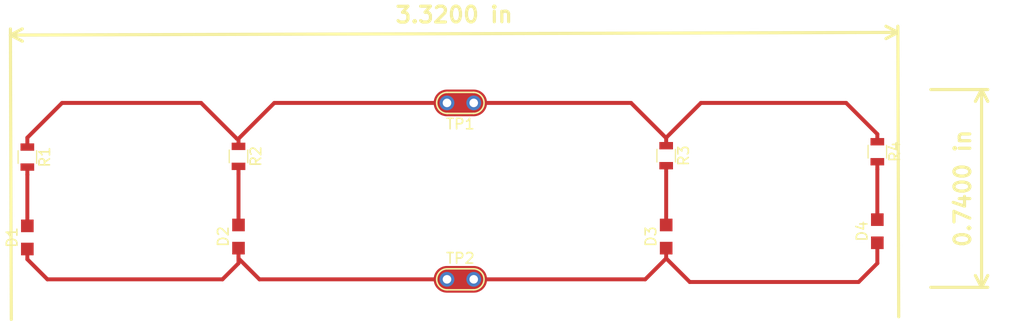
<source format=kicad_pcb>
(kicad_pcb (version 20171130) (host pcbnew "(5.0.0)")

  (general
    (thickness 1.6)
    (drawings 2)
    (tracks 42)
    (zones 0)
    (modules 10)
    (nets 7)
  )

  (page A4)
  (layers
    (0 F.Cu signal)
    (31 B.Cu signal)
    (32 B.Adhes user)
    (33 F.Adhes user)
    (34 B.Paste user)
    (35 F.Paste user)
    (36 B.SilkS user)
    (37 F.SilkS user)
    (38 B.Mask user)
    (39 F.Mask user)
    (40 Dwgs.User user)
    (41 Cmts.User user)
    (42 Eco1.User user)
    (43 Eco2.User user)
    (44 Edge.Cuts user)
    (45 Margin user)
    (46 B.CrtYd user)
    (47 F.CrtYd user)
    (48 B.Fab user)
    (49 F.Fab user)
  )

  (setup
    (last_trace_width 0.25)
    (user_trace_width 0.375)
    (user_trace_width 0.5)
    (user_trace_width 2.54)
    (trace_clearance 0.2)
    (zone_clearance 0.508)
    (zone_45_only no)
    (trace_min 0.2)
    (segment_width 0.2)
    (edge_width 0.15)
    (via_size 0.8)
    (via_drill 0.4)
    (via_min_size 0.4)
    (via_min_drill 0.3)
    (uvia_size 0.3)
    (uvia_drill 0.1)
    (uvias_allowed no)
    (uvia_min_size 0.2)
    (uvia_min_drill 0.1)
    (pcb_text_width 0.3)
    (pcb_text_size 1.5 1.5)
    (mod_edge_width 0.15)
    (mod_text_size 1 1)
    (mod_text_width 0.15)
    (pad_size 1.524 1.524)
    (pad_drill 0.762)
    (pad_to_mask_clearance 0.2)
    (aux_axis_origin 0 0)
    (visible_elements 7FFFFFFF)
    (pcbplotparams
      (layerselection 0x00000_7fffffff)
      (usegerberextensions false)
      (usegerberattributes false)
      (usegerberadvancedattributes false)
      (creategerberjobfile false)
      (excludeedgelayer true)
      (linewidth 0.100000)
      (plotframeref false)
      (viasonmask false)
      (mode 1)
      (useauxorigin false)
      (hpglpennumber 1)
      (hpglpenspeed 20)
      (hpglpendiameter 15.000000)
      (psnegative false)
      (psa4output false)
      (plotreference true)
      (plotvalue true)
      (plotinvisibletext false)
      (padsonsilk false)
      (subtractmaskfromsilk false)
      (outputformat 1)
      (mirror false)
      (drillshape 0)
      (scaleselection 1)
      (outputdirectory ""))
  )

  (net 0 "")
  (net 1 "Net-(D1-Pad2)")
  (net 2 GND)
  (net 3 "Net-(D2-Pad2)")
  (net 4 "Net-(D3-Pad2)")
  (net 5 "Net-(D4-Pad2)")
  (net 6 "Net-(R1-Pad1)")

  (net_class Default "This is the default net class."
    (clearance 0.2)
    (trace_width 0.25)
    (via_dia 0.8)
    (via_drill 0.4)
    (uvia_dia 0.3)
    (uvia_drill 0.1)
    (add_net GND)
    (add_net "Net-(D1-Pad2)")
    (add_net "Net-(D2-Pad2)")
    (add_net "Net-(D3-Pad2)")
    (add_net "Net-(D4-Pad2)")
    (add_net "Net-(R1-Pad1)")
  )

  (module footprints:LED_0805_No_Silk_OEM (layer F.Cu) (tedit 5A738702) (tstamp 5C124E53)
    (at 3.302 16.594 90)
    (descr "LED 0805 smd package")
    (tags "LED led 0805 SMD smd SMT smt smdled SMDLED smtled SMTLED")
    (path /5C12031E)
    (attr smd)
    (fp_text reference D1 (at 0 -1.45 90) (layer F.SilkS)
      (effects (font (size 1 1) (thickness 0.15)))
    )
    (fp_text value LED (at 0.508 2.032 90) (layer F.Fab) hide
      (effects (font (size 1 1) (thickness 0.15)))
    )
    (fp_line (start 1 0.6) (end -1 0.6) (layer F.Fab) (width 0.1))
    (fp_line (start 1 -0.6) (end 1 0.6) (layer F.Fab) (width 0.1))
    (fp_line (start -1 -0.6) (end 1 -0.6) (layer F.Fab) (width 0.1))
    (fp_line (start -1 0.6) (end -1 -0.6) (layer F.Fab) (width 0.1))
    (fp_line (start 1.95 -0.85) (end 1.95 0.85) (layer F.CrtYd) (width 0.05))
    (fp_line (start 1.95 0.85) (end -1.95 0.85) (layer F.CrtYd) (width 0.05))
    (fp_line (start -1.95 0.85) (end -1.95 -0.85) (layer F.CrtYd) (width 0.05))
    (fp_line (start -1.95 -0.85) (end 1.95 -0.85) (layer F.CrtYd) (width 0.05))
    (pad 2 smd rect (at 1.1 0 270) (size 1.2 1.2) (layers F.Cu F.Paste F.Mask)
      (net 1 "Net-(D1-Pad2)"))
    (pad 1 smd rect (at -1.1 0 270) (size 1.2 1.2) (layers F.Cu F.Paste F.Mask)
      (net 2 GND))
    (model "/home/josh/Formula/OEM_Preferred_Parts/3DModels/LED_0805/LED 0805 Base GREEN001_sp.wrl"
      (at (xyz 0 0 0))
      (scale (xyz 1 1 1))
      (rotate (xyz 0 0 180))
    )
  )

  (module footprints:LED_0805_No_Silk_OEM (layer F.Cu) (tedit 5A738702) (tstamp 5C124E2C)
    (at 23.368 16.51 90)
    (descr "LED 0805 smd package")
    (tags "LED led 0805 SMD smd SMT smt smdled SMDLED smtled SMTLED")
    (path /5C120483)
    (attr smd)
    (fp_text reference D2 (at 0 -1.45 90) (layer F.SilkS)
      (effects (font (size 1 1) (thickness 0.15)))
    )
    (fp_text value LED (at 0.508 2.032 90) (layer F.Fab) hide
      (effects (font (size 1 1) (thickness 0.15)))
    )
    (fp_line (start -1.95 -0.85) (end 1.95 -0.85) (layer F.CrtYd) (width 0.05))
    (fp_line (start -1.95 0.85) (end -1.95 -0.85) (layer F.CrtYd) (width 0.05))
    (fp_line (start 1.95 0.85) (end -1.95 0.85) (layer F.CrtYd) (width 0.05))
    (fp_line (start 1.95 -0.85) (end 1.95 0.85) (layer F.CrtYd) (width 0.05))
    (fp_line (start -1 0.6) (end -1 -0.6) (layer F.Fab) (width 0.1))
    (fp_line (start -1 -0.6) (end 1 -0.6) (layer F.Fab) (width 0.1))
    (fp_line (start 1 -0.6) (end 1 0.6) (layer F.Fab) (width 0.1))
    (fp_line (start 1 0.6) (end -1 0.6) (layer F.Fab) (width 0.1))
    (pad 1 smd rect (at -1.1 0 270) (size 1.2 1.2) (layers F.Cu F.Paste F.Mask)
      (net 2 GND))
    (pad 2 smd rect (at 1.1 0 270) (size 1.2 1.2) (layers F.Cu F.Paste F.Mask)
      (net 3 "Net-(D2-Pad2)"))
    (model "/home/josh/Formula/OEM_Preferred_Parts/3DModels/LED_0805/LED 0805 Base GREEN001_sp.wrl"
      (at (xyz 0 0 0))
      (scale (xyz 1 1 1))
      (rotate (xyz 0 0 180))
    )
  )

  (module footprints:LED_0805_No_Silk_OEM (layer F.Cu) (tedit 5A738702) (tstamp 5C124E05)
    (at 64.008 16.51 90)
    (descr "LED 0805 smd package")
    (tags "LED led 0805 SMD smd SMT smt smdled SMDLED smtled SMTLED")
    (path /5C1204DF)
    (attr smd)
    (fp_text reference D3 (at 0 -1.45 90) (layer F.SilkS)
      (effects (font (size 1 1) (thickness 0.15)))
    )
    (fp_text value LED (at 0.508 2.032 90) (layer F.Fab) hide
      (effects (font (size 1 1) (thickness 0.15)))
    )
    (fp_line (start 1 0.6) (end -1 0.6) (layer F.Fab) (width 0.1))
    (fp_line (start 1 -0.6) (end 1 0.6) (layer F.Fab) (width 0.1))
    (fp_line (start -1 -0.6) (end 1 -0.6) (layer F.Fab) (width 0.1))
    (fp_line (start -1 0.6) (end -1 -0.6) (layer F.Fab) (width 0.1))
    (fp_line (start 1.95 -0.85) (end 1.95 0.85) (layer F.CrtYd) (width 0.05))
    (fp_line (start 1.95 0.85) (end -1.95 0.85) (layer F.CrtYd) (width 0.05))
    (fp_line (start -1.95 0.85) (end -1.95 -0.85) (layer F.CrtYd) (width 0.05))
    (fp_line (start -1.95 -0.85) (end 1.95 -0.85) (layer F.CrtYd) (width 0.05))
    (pad 2 smd rect (at 1.1 0 270) (size 1.2 1.2) (layers F.Cu F.Paste F.Mask)
      (net 4 "Net-(D3-Pad2)"))
    (pad 1 smd rect (at -1.1 0 270) (size 1.2 1.2) (layers F.Cu F.Paste F.Mask)
      (net 2 GND))
    (model "/home/josh/Formula/OEM_Preferred_Parts/3DModels/LED_0805/LED 0805 Base GREEN001_sp.wrl"
      (at (xyz 0 0 0))
      (scale (xyz 1 1 1))
      (rotate (xyz 0 0 180))
    )
  )

  (module footprints:LED_0805_No_Silk_OEM (layer F.Cu) (tedit 5A738702) (tstamp 5C124CF7)
    (at 84.074 16.002 90)
    (descr "LED 0805 smd package")
    (tags "LED led 0805 SMD smd SMT smt smdled SMDLED smtled SMTLED")
    (path /5C12055C)
    (attr smd)
    (fp_text reference D4 (at 0 -1.45 90) (layer F.SilkS)
      (effects (font (size 1 1) (thickness 0.15)))
    )
    (fp_text value LED (at 0.508 2.032 90) (layer F.Fab) hide
      (effects (font (size 1 1) (thickness 0.15)))
    )
    (fp_line (start -1.95 -0.85) (end 1.95 -0.85) (layer F.CrtYd) (width 0.05))
    (fp_line (start -1.95 0.85) (end -1.95 -0.85) (layer F.CrtYd) (width 0.05))
    (fp_line (start 1.95 0.85) (end -1.95 0.85) (layer F.CrtYd) (width 0.05))
    (fp_line (start 1.95 -0.85) (end 1.95 0.85) (layer F.CrtYd) (width 0.05))
    (fp_line (start -1 0.6) (end -1 -0.6) (layer F.Fab) (width 0.1))
    (fp_line (start -1 -0.6) (end 1 -0.6) (layer F.Fab) (width 0.1))
    (fp_line (start 1 -0.6) (end 1 0.6) (layer F.Fab) (width 0.1))
    (fp_line (start 1 0.6) (end -1 0.6) (layer F.Fab) (width 0.1))
    (pad 1 smd rect (at -1.1 0 270) (size 1.2 1.2) (layers F.Cu F.Paste F.Mask)
      (net 2 GND))
    (pad 2 smd rect (at 1.1 0 270) (size 1.2 1.2) (layers F.Cu F.Paste F.Mask)
      (net 5 "Net-(D4-Pad2)"))
    (model "/home/josh/Formula/OEM_Preferred_Parts/3DModels/LED_0805/LED 0805 Base GREEN001_sp.wrl"
      (at (xyz 0 0 0))
      (scale (xyz 1 1 1))
      (rotate (xyz 0 0 180))
    )
  )

  (module Resistors_SMD:R_0805 (layer F.Cu) (tedit 58E0A804) (tstamp 5C124DD8)
    (at 3.302 8.956 270)
    (descr "Resistor SMD 0805, reflow soldering, Vishay (see dcrcw.pdf)")
    (tags "resistor 0805")
    (path /5C1202AB)
    (attr smd)
    (fp_text reference R1 (at 0 -1.65 270) (layer F.SilkS)
      (effects (font (size 1 1) (thickness 0.15)))
    )
    (fp_text value R (at 0 1.75 270) (layer F.Fab)
      (effects (font (size 1 1) (thickness 0.15)))
    )
    (fp_line (start 1.55 0.9) (end -1.55 0.9) (layer F.CrtYd) (width 0.05))
    (fp_line (start 1.55 0.9) (end 1.55 -0.9) (layer F.CrtYd) (width 0.05))
    (fp_line (start -1.55 -0.9) (end -1.55 0.9) (layer F.CrtYd) (width 0.05))
    (fp_line (start -1.55 -0.9) (end 1.55 -0.9) (layer F.CrtYd) (width 0.05))
    (fp_line (start -0.6 -0.88) (end 0.6 -0.88) (layer F.SilkS) (width 0.12))
    (fp_line (start 0.6 0.88) (end -0.6 0.88) (layer F.SilkS) (width 0.12))
    (fp_line (start -1 -0.62) (end 1 -0.62) (layer F.Fab) (width 0.1))
    (fp_line (start 1 -0.62) (end 1 0.62) (layer F.Fab) (width 0.1))
    (fp_line (start 1 0.62) (end -1 0.62) (layer F.Fab) (width 0.1))
    (fp_line (start -1 0.62) (end -1 -0.62) (layer F.Fab) (width 0.1))
    (fp_text user %R (at 0 0 270) (layer F.Fab)
      (effects (font (size 0.5 0.5) (thickness 0.075)))
    )
    (pad 2 smd rect (at 0.95 0 270) (size 0.7 1.3) (layers F.Cu F.Paste F.Mask)
      (net 1 "Net-(D1-Pad2)"))
    (pad 1 smd rect (at -0.95 0 270) (size 0.7 1.3) (layers F.Cu F.Paste F.Mask)
      (net 6 "Net-(R1-Pad1)"))
    (model ${KISYS3DMOD}/Resistors_SMD.3dshapes/R_0805.wrl
      (at (xyz 0 0 0))
      (scale (xyz 1 1 1))
      (rotate (xyz 0 0 0))
    )
  )

  (module Resistors_SMD:R_0805 (layer F.Cu) (tedit 58E0A804) (tstamp 5C124DA8)
    (at 23.368 8.89 270)
    (descr "Resistor SMD 0805, reflow soldering, Vishay (see dcrcw.pdf)")
    (tags "resistor 0805")
    (path /5C12047C)
    (attr smd)
    (fp_text reference R2 (at 0 -1.65 270) (layer F.SilkS)
      (effects (font (size 1 1) (thickness 0.15)))
    )
    (fp_text value R (at 0 1.75 270) (layer F.Fab)
      (effects (font (size 1 1) (thickness 0.15)))
    )
    (fp_text user %R (at 0 0 270) (layer F.Fab)
      (effects (font (size 0.5 0.5) (thickness 0.075)))
    )
    (fp_line (start -1 0.62) (end -1 -0.62) (layer F.Fab) (width 0.1))
    (fp_line (start 1 0.62) (end -1 0.62) (layer F.Fab) (width 0.1))
    (fp_line (start 1 -0.62) (end 1 0.62) (layer F.Fab) (width 0.1))
    (fp_line (start -1 -0.62) (end 1 -0.62) (layer F.Fab) (width 0.1))
    (fp_line (start 0.6 0.88) (end -0.6 0.88) (layer F.SilkS) (width 0.12))
    (fp_line (start -0.6 -0.88) (end 0.6 -0.88) (layer F.SilkS) (width 0.12))
    (fp_line (start -1.55 -0.9) (end 1.55 -0.9) (layer F.CrtYd) (width 0.05))
    (fp_line (start -1.55 -0.9) (end -1.55 0.9) (layer F.CrtYd) (width 0.05))
    (fp_line (start 1.55 0.9) (end 1.55 -0.9) (layer F.CrtYd) (width 0.05))
    (fp_line (start 1.55 0.9) (end -1.55 0.9) (layer F.CrtYd) (width 0.05))
    (pad 1 smd rect (at -0.95 0 270) (size 0.7 1.3) (layers F.Cu F.Paste F.Mask)
      (net 6 "Net-(R1-Pad1)"))
    (pad 2 smd rect (at 0.95 0 270) (size 0.7 1.3) (layers F.Cu F.Paste F.Mask)
      (net 3 "Net-(D2-Pad2)"))
    (model ${KISYS3DMOD}/Resistors_SMD.3dshapes/R_0805.wrl
      (at (xyz 0 0 0))
      (scale (xyz 1 1 1))
      (rotate (xyz 0 0 0))
    )
  )

  (module Resistors_SMD:R_0805 (layer F.Cu) (tedit 58E0A804) (tstamp 5C124D51)
    (at 64.008 8.824 270)
    (descr "Resistor SMD 0805, reflow soldering, Vishay (see dcrcw.pdf)")
    (tags "resistor 0805")
    (path /5C1204D8)
    (attr smd)
    (fp_text reference R3 (at 0 -1.65 270) (layer F.SilkS)
      (effects (font (size 1 1) (thickness 0.15)))
    )
    (fp_text value R (at 0 1.75 270) (layer F.Fab)
      (effects (font (size 1 1) (thickness 0.15)))
    )
    (fp_line (start 1.55 0.9) (end -1.55 0.9) (layer F.CrtYd) (width 0.05))
    (fp_line (start 1.55 0.9) (end 1.55 -0.9) (layer F.CrtYd) (width 0.05))
    (fp_line (start -1.55 -0.9) (end -1.55 0.9) (layer F.CrtYd) (width 0.05))
    (fp_line (start -1.55 -0.9) (end 1.55 -0.9) (layer F.CrtYd) (width 0.05))
    (fp_line (start -0.6 -0.88) (end 0.6 -0.88) (layer F.SilkS) (width 0.12))
    (fp_line (start 0.6 0.88) (end -0.6 0.88) (layer F.SilkS) (width 0.12))
    (fp_line (start -1 -0.62) (end 1 -0.62) (layer F.Fab) (width 0.1))
    (fp_line (start 1 -0.62) (end 1 0.62) (layer F.Fab) (width 0.1))
    (fp_line (start 1 0.62) (end -1 0.62) (layer F.Fab) (width 0.1))
    (fp_line (start -1 0.62) (end -1 -0.62) (layer F.Fab) (width 0.1))
    (fp_text user %R (at 0 0 270) (layer F.Fab)
      (effects (font (size 0.5 0.5) (thickness 0.075)))
    )
    (pad 2 smd rect (at 0.95 0 270) (size 0.7 1.3) (layers F.Cu F.Paste F.Mask)
      (net 4 "Net-(D3-Pad2)"))
    (pad 1 smd rect (at -0.95 0 270) (size 0.7 1.3) (layers F.Cu F.Paste F.Mask)
      (net 6 "Net-(R1-Pad1)"))
    (model ${KISYS3DMOD}/Resistors_SMD.3dshapes/R_0805.wrl
      (at (xyz 0 0 0))
      (scale (xyz 1 1 1))
      (rotate (xyz 0 0 0))
    )
  )

  (module Resistors_SMD:R_0805 (layer F.Cu) (tedit 58E0A804) (tstamp 5C124D21)
    (at 84.074 8.448 270)
    (descr "Resistor SMD 0805, reflow soldering, Vishay (see dcrcw.pdf)")
    (tags "resistor 0805")
    (path /5C120555)
    (attr smd)
    (fp_text reference R4 (at 0 -1.65 270) (layer F.SilkS)
      (effects (font (size 1 1) (thickness 0.15)))
    )
    (fp_text value R (at 0 1.75 270) (layer F.Fab)
      (effects (font (size 1 1) (thickness 0.15)))
    )
    (fp_text user %R (at 0 0 270) (layer F.Fab)
      (effects (font (size 0.5 0.5) (thickness 0.075)))
    )
    (fp_line (start -1 0.62) (end -1 -0.62) (layer F.Fab) (width 0.1))
    (fp_line (start 1 0.62) (end -1 0.62) (layer F.Fab) (width 0.1))
    (fp_line (start 1 -0.62) (end 1 0.62) (layer F.Fab) (width 0.1))
    (fp_line (start -1 -0.62) (end 1 -0.62) (layer F.Fab) (width 0.1))
    (fp_line (start 0.6 0.88) (end -0.6 0.88) (layer F.SilkS) (width 0.12))
    (fp_line (start -0.6 -0.88) (end 0.6 -0.88) (layer F.SilkS) (width 0.12))
    (fp_line (start -1.55 -0.9) (end 1.55 -0.9) (layer F.CrtYd) (width 0.05))
    (fp_line (start -1.55 -0.9) (end -1.55 0.9) (layer F.CrtYd) (width 0.05))
    (fp_line (start 1.55 0.9) (end 1.55 -0.9) (layer F.CrtYd) (width 0.05))
    (fp_line (start 1.55 0.9) (end -1.55 0.9) (layer F.CrtYd) (width 0.05))
    (pad 1 smd rect (at -0.95 0 270) (size 0.7 1.3) (layers F.Cu F.Paste F.Mask)
      (net 6 "Net-(R1-Pad1)"))
    (pad 2 smd rect (at 0.95 0 270) (size 0.7 1.3) (layers F.Cu F.Paste F.Mask)
      (net 5 "Net-(D4-Pad2)"))
    (model ${KISYS3DMOD}/Resistors_SMD.3dshapes/R_0805.wrl
      (at (xyz 0 0 0))
      (scale (xyz 1 1 1))
      (rotate (xyz 0 0 0))
    )
  )

  (module Measurement_Points:Test_Point (layer F.Cu) (tedit 56EE99EE) (tstamp 5C124D7E)
    (at 45.72 3.81 180)
    (descr "Connecteurs 2 pins")
    (tags "CONN DEV")
    (path /5C12075B)
    (attr virtual)
    (fp_text reference TP1 (at 1.27 -2 180) (layer F.SilkS)
      (effects (font (size 1 1) (thickness 0.15)))
    )
    (fp_text value TestPoint (at 1.27 2 180) (layer F.Fab)
      (effects (font (size 1 1) (thickness 0.15)))
    )
    (fp_arc (start 0.02 0) (end 0.02 1) (angle 180) (layer F.SilkS) (width 0.15))
    (fp_arc (start 2.52 0) (end 2.52 -1) (angle 180) (layer F.SilkS) (width 0.15))
    (fp_arc (start 2.52 0) (end 2.52 -1.25) (angle 180) (layer F.CrtYd) (width 0.05))
    (fp_arc (start 0.02 0) (end 0.02 1.25) (angle 180) (layer F.CrtYd) (width 0.05))
    (fp_line (start 2.52 -1) (end 0.02 -1) (layer F.SilkS) (width 0.15))
    (fp_line (start 2.52 1) (end 0.02 1) (layer F.SilkS) (width 0.15))
    (fp_line (start 0 -1.25) (end 2.55 -1.25) (layer F.CrtYd) (width 0.05))
    (fp_line (start 0 1.25) (end 2.5 1.25) (layer F.CrtYd) (width 0.05))
    (pad 1 thru_hole circle (at 2.54 0 180) (size 1.4 1.4) (drill 0.8128) (layers *.Cu *.Mask)
      (net 6 "Net-(R1-Pad1)"))
    (pad 1 thru_hole circle (at 0 0 180) (size 1.4 1.4) (drill 0.8128) (layers *.Cu *.Mask)
      (net 6 "Net-(R1-Pad1)"))
    (model Measurement_Points.3dshapes/Test_Point.wrl
      (offset (xyz 1.269999980926514 0 0))
      (scale (xyz 1 1 1))
      (rotate (xyz 0 0 0))
    )
  )

  (module Measurement_Points:Test_Point (layer F.Cu) (tedit 56EE99EE) (tstamp 5C124EA4)
    (at 43.18 20.574)
    (descr "Connecteurs 2 pins")
    (tags "CONN DEV")
    (path /5C1208F7)
    (attr virtual)
    (fp_text reference TP2 (at 1.27 -2) (layer F.SilkS)
      (effects (font (size 1 1) (thickness 0.15)))
    )
    (fp_text value TestPoint (at 1.27 2) (layer F.Fab)
      (effects (font (size 1 1) (thickness 0.15)))
    )
    (fp_line (start 0 1.25) (end 2.5 1.25) (layer F.CrtYd) (width 0.05))
    (fp_line (start 0 -1.25) (end 2.55 -1.25) (layer F.CrtYd) (width 0.05))
    (fp_line (start 2.52 1) (end 0.02 1) (layer F.SilkS) (width 0.15))
    (fp_line (start 2.52 -1) (end 0.02 -1) (layer F.SilkS) (width 0.15))
    (fp_arc (start 0.02 0) (end 0.02 1.25) (angle 180) (layer F.CrtYd) (width 0.05))
    (fp_arc (start 2.52 0) (end 2.52 -1.25) (angle 180) (layer F.CrtYd) (width 0.05))
    (fp_arc (start 2.52 0) (end 2.52 -1) (angle 180) (layer F.SilkS) (width 0.15))
    (fp_arc (start 0.02 0) (end 0.02 1) (angle 180) (layer F.SilkS) (width 0.15))
    (pad 1 thru_hole circle (at 0 0) (size 1.4 1.4) (drill 0.8128) (layers *.Cu *.Mask)
      (net 2 GND))
    (pad 1 thru_hole circle (at 2.54 0) (size 1.4 1.4) (drill 0.8128) (layers *.Cu *.Mask)
      (net 2 GND))
    (model Measurement_Points.3dshapes/Test_Point.wrl
      (offset (xyz 1.269999980926514 0 0))
      (scale (xyz 1 1 1))
      (rotate (xyz 0 0 0))
    )
  )

  (dimension 18.796 (width 0.3) (layer F.SilkS)
    (gr_text "0.7400 in" (at 96.079999 11.938 270) (layer F.SilkS)
      (effects (font (size 1.5 1.5) (thickness 0.3)))
    )
    (feature1 (pts (xy 89.154 21.336) (xy 94.56642 21.336)))
    (feature2 (pts (xy 89.154 2.54) (xy 94.56642 2.54)))
    (crossbar (pts (xy 93.979999 2.54) (xy 93.979999 21.336)))
    (arrow1a (pts (xy 93.979999 21.336) (xy 93.393578 20.209496)))
    (arrow1b (pts (xy 93.979999 21.336) (xy 94.56642 20.209496)))
    (arrow2a (pts (xy 93.979999 2.54) (xy 93.393578 3.666504)))
    (arrow2b (pts (xy 93.979999 2.54) (xy 94.56642 3.666504)))
  )
  (dimension 84.328383 (width 0.3) (layer F.SilkS)
    (gr_text "3.3200 in" (at 43.854282 -4.865437 0.1725771272) (layer F.SilkS)
      (effects (font (size 1.5 1.5) (thickness 0.3)))
    )
    (feature1 (pts (xy 86.106 24.13) (xy 86.022841 -3.478865)))
    (feature2 (pts (xy 1.778 24.384) (xy 1.694841 -3.224865)))
    (crossbar (pts (xy 1.696607 -2.638447) (xy 86.024607 -2.892447)))
    (arrow1a (pts (xy 86.024607 -2.892447) (xy 84.899875 -2.302636)))
    (arrow1b (pts (xy 86.024607 -2.892447) (xy 84.896342 -3.475472)))
    (arrow2a (pts (xy 1.696607 -2.638447) (xy 2.824872 -2.055422)))
    (arrow2b (pts (xy 1.696607 -2.638447) (xy 2.821339 -3.228258)))
  )

  (segment (start 3.302 10.631) (end 3.302 15.494) (width 0.375) (layer F.Cu) (net 1) (tstamp 5C124EDA))
  (segment (start 3.302 9.906) (end 3.302 10.631) (width 0.375) (layer F.Cu) (net 1) (tstamp 5C124EC8))
  (segment (start 23.368 19.05) (end 23.368 17.61) (width 0.375) (layer F.Cu) (net 2) (tstamp 5C124E77))
  (segment (start 21.844 20.574) (end 23.368 19.05) (width 0.375) (layer F.Cu) (net 2) (tstamp 5C124E6E))
  (segment (start 42.190051 20.574) (end 43.18 20.574) (width 0.375) (layer F.Cu) (net 2) (tstamp 5C124E8C))
  (segment (start 25.357 20.574) (end 42.190051 20.574) (width 0.375) (layer F.Cu) (net 2) (tstamp 5C124E8F))
  (segment (start 23.368 18.585) (end 25.357 20.574) (width 0.375) (layer F.Cu) (net 2) (tstamp 5C124E92))
  (segment (start 23.368 17.61) (end 23.368 18.585) (width 0.375) (layer F.Cu) (net 2) (tstamp 5C124E95))
  (segment (start 64.008 18.585) (end 64.008 17.61) (width 0.375) (layer F.Cu) (net 2) (tstamp 5C124F04))
  (segment (start 62.019 20.574) (end 64.008 18.585) (width 0.375) (layer F.Cu) (net 2) (tstamp 5C124F01))
  (segment (start 45.72 20.574) (end 62.019 20.574) (width 0.375) (layer F.Cu) (net 2) (tstamp 5C124F07))
  (segment (start 66.251 20.828) (end 64.008 18.585) (width 0.375) (layer F.Cu) (net 2) (tstamp 5C124EEF))
  (segment (start 43.18 20.574) (end 45.72 20.574) (width 2.54) (layer F.Cu) (net 2))
  (segment (start 5.207 20.574) (end 21.844 20.574) (width 0.375) (layer F.Cu) (net 2))
  (segment (start 3.302 18.669) (end 5.207 20.574) (width 0.375) (layer F.Cu) (net 2))
  (segment (start 3.302 17.694) (end 3.302 18.669) (width 0.375) (layer F.Cu) (net 2))
  (segment (start 66.251 20.828) (end 82.296 20.828) (width 0.375) (layer F.Cu) (net 2))
  (segment (start 84.074 19.05) (end 84.074 17.102) (width 0.375) (layer F.Cu) (net 2))
  (segment (start 82.296 20.828) (end 84.074 19.05) (width 0.375) (layer F.Cu) (net 2))
  (segment (start 23.368 10.565) (end 23.368 15.41) (width 0.375) (layer F.Cu) (net 3) (tstamp 5C124F0A))
  (segment (start 23.368 9.84) (end 23.368 10.565) (width 0.375) (layer F.Cu) (net 3) (tstamp 5C124F0D))
  (segment (start 64.008 15.41) (end 64.008 9.774) (width 0.375) (layer F.Cu) (net 4) (tstamp 5C124CE8))
  (segment (start 84.074 9.398) (end 84.074 10.123) (width 0.375) (layer F.Cu) (net 5) (tstamp 5C124ED4))
  (segment (start 84.074 10.123) (end 84.074 14.902) (width 0.375) (layer F.Cu) (net 5))
  (segment (start 23.302 8.006) (end 23.368 7.94) (width 0.375) (layer F.Cu) (net 6) (tstamp 5C124E80))
  (segment (start 26.773 3.81) (end 23.368 7.215) (width 0.375) (layer F.Cu) (net 6) (tstamp 5C124EDD))
  (segment (start 43.18 3.81) (end 26.773 3.81) (width 0.375) (layer F.Cu) (net 6) (tstamp 5C124ECB))
  (segment (start 64.008 7.149) (end 64.008 7.874) (width 0.375) (layer F.Cu) (net 6) (tstamp 5C124E7A))
  (segment (start 60.669 3.81) (end 64.008 7.149) (width 0.375) (layer F.Cu) (net 6) (tstamp 5C124EF8))
  (segment (start 45.72 3.81) (end 60.669 3.81) (width 0.375) (layer F.Cu) (net 6) (tstamp 5C124EFB))
  (segment (start 64.008 7.149) (end 64.008 7.112) (width 0.375) (layer F.Cu) (net 6) (tstamp 5C124E71))
  (segment (start 64.008 7.112) (end 67.31 3.81) (width 0.375) (layer F.Cu) (net 6) (tstamp 5C124E89))
  (segment (start 43.18 3.81) (end 45.72 3.81) (width 2.54) (layer F.Cu) (net 6))
  (segment (start 23.368 7.94) (end 23.368 7.215) (width 0.375) (layer F.Cu) (net 6))
  (segment (start 23.368 7.215) (end 23.217 7.215) (width 0.375) (layer F.Cu) (net 6))
  (segment (start 23.217 7.215) (end 19.812 3.81) (width 0.375) (layer F.Cu) (net 6))
  (segment (start 19.812 3.81) (end 6.604 3.81) (width 0.375) (layer F.Cu) (net 6))
  (segment (start 3.302 7.112) (end 3.302 8.006) (width 0.375) (layer F.Cu) (net 6))
  (segment (start 6.604 3.81) (end 3.302 7.112) (width 0.375) (layer F.Cu) (net 6))
  (segment (start 81.111 3.81) (end 67.31 3.81) (width 0.375) (layer F.Cu) (net 6))
  (segment (start 84.074 6.773) (end 81.111 3.81) (width 0.375) (layer F.Cu) (net 6))
  (segment (start 84.074 7.498) (end 84.074 6.773) (width 0.375) (layer F.Cu) (net 6))

)

</source>
